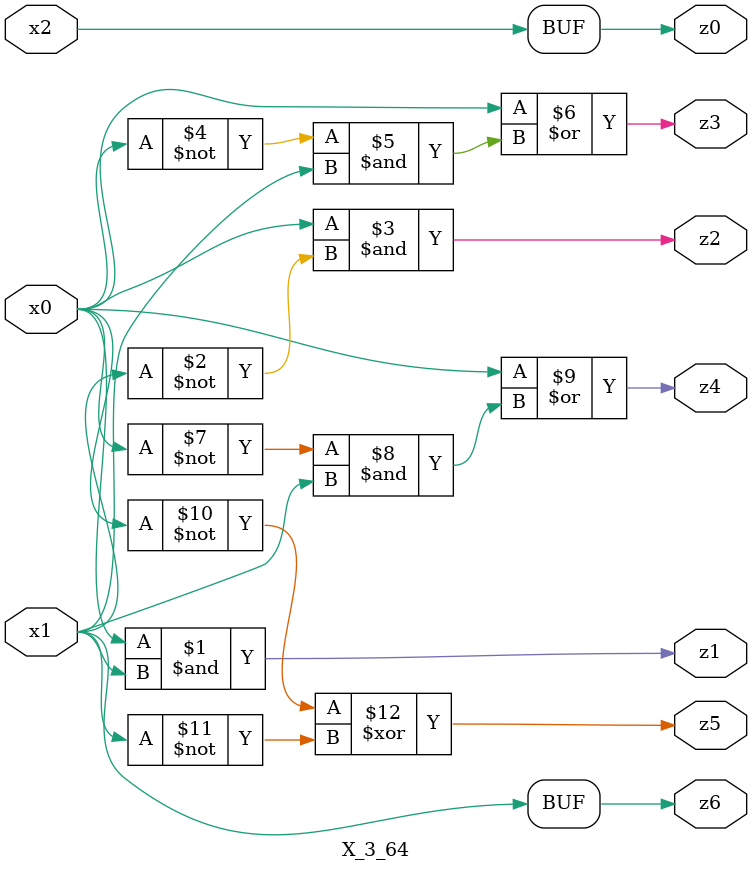
<source format=v>

module X_3_64 ( 
    x0, x1, x2,
    z0, z1, z2, z3, z4, z5, z6  );
  input  x0, x1, x2;
  output z0, z1, z2, z3, z4, z5, z6;
  assign z0 = x2;
  assign z1 = x0 & x1;
  assign z2 = x0 & ~x1;
  assign z3 = x0 | (~x0 & x1);
  assign z4 = x0 | (~x0 & x1);
  assign z5 = ~x0 ^ ~x1;
  assign z6 = x1;
endmodule



</source>
